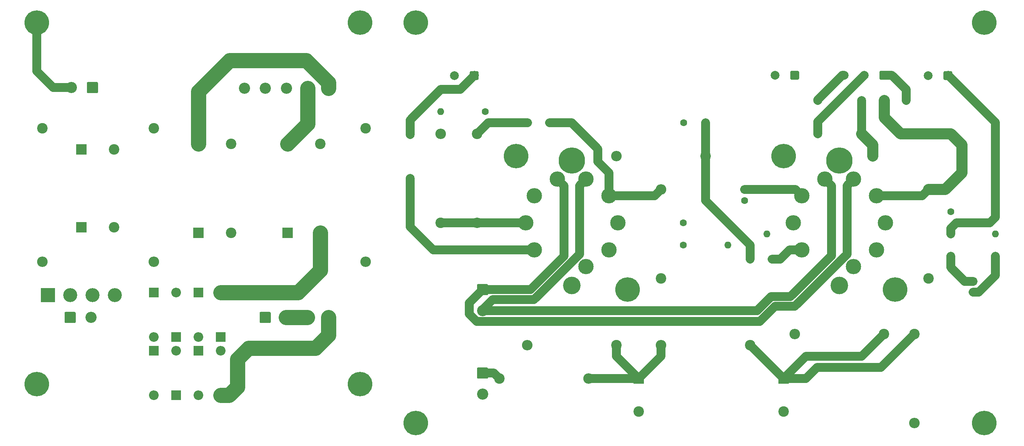
<source format=gtl>
G04 #@! TF.GenerationSoftware,KiCad,Pcbnew,6.0.6-3a73a75311~116~ubuntu22.04.1*
G04 #@! TF.CreationDate,2022-07-16T14:36:57-04:00*
G04 #@! TF.ProjectId,it_is_the_champion,69745f69-735f-4746-9865-5f6368616d70,0.1*
G04 #@! TF.SameCoordinates,Original*
G04 #@! TF.FileFunction,Copper,L1,Top*
G04 #@! TF.FilePolarity,Positive*
%FSLAX46Y46*%
G04 Gerber Fmt 4.6, Leading zero omitted, Abs format (unit mm)*
G04 Created by KiCad (PCBNEW 6.0.6-3a73a75311~116~ubuntu22.04.1) date 2022-07-16 14:36:57*
%MOMM*%
%LPD*%
G01*
G04 APERTURE LIST*
G04 #@! TA.AperFunction,ComponentPad*
%ADD10R,1.600000X1.600000*%
G04 #@! TD*
G04 #@! TA.AperFunction,ComponentPad*
%ADD11C,1.600000*%
G04 #@! TD*
G04 #@! TA.AperFunction,ComponentPad*
%ADD12C,2.000000*%
G04 #@! TD*
G04 #@! TA.AperFunction,ComponentPad*
%ADD13O,1.600000X1.600000*%
G04 #@! TD*
G04 #@! TA.AperFunction,ComponentPad*
%ADD14C,2.400000*%
G04 #@! TD*
G04 #@! TA.AperFunction,ComponentPad*
%ADD15O,2.400000X2.400000*%
G04 #@! TD*
G04 #@! TA.AperFunction,ComponentPad*
%ADD16C,5.600000*%
G04 #@! TD*
G04 #@! TA.AperFunction,ComponentPad*
%ADD17R,2.400000X2.400000*%
G04 #@! TD*
G04 #@! TA.AperFunction,ComponentPad*
%ADD18C,2.550000*%
G04 #@! TD*
G04 #@! TA.AperFunction,ComponentPad*
%ADD19R,2.200000X2.200000*%
G04 #@! TD*
G04 #@! TA.AperFunction,ComponentPad*
%ADD20O,2.200000X2.200000*%
G04 #@! TD*
G04 #@! TA.AperFunction,ComponentPad*
%ADD21C,5.599999*%
G04 #@! TD*
G04 #@! TA.AperFunction,ComponentPad*
%ADD22R,3.200000X3.200000*%
G04 #@! TD*
G04 #@! TA.AperFunction,ComponentPad*
%ADD23C,3.200000*%
G04 #@! TD*
G04 #@! TA.AperFunction,ComponentPad*
%ADD24C,6.000000*%
G04 #@! TD*
G04 #@! TA.AperFunction,ComponentPad*
%ADD25C,4.000000*%
G04 #@! TD*
G04 #@! TA.AperFunction,ComponentPad*
%ADD26O,3.500000X3.500000*%
G04 #@! TD*
G04 #@! TA.AperFunction,Conductor*
%ADD27C,2.000000*%
G04 #@! TD*
G04 #@! TA.AperFunction,Conductor*
%ADD28C,2.500000*%
G04 #@! TD*
G04 #@! TA.AperFunction,Conductor*
%ADD29C,3.500000*%
G04 #@! TD*
G04 #@! TA.AperFunction,Conductor*
%ADD30C,3.500001*%
G04 #@! TD*
G04 APERTURE END LIST*
D10*
X254000000Y-108585000D03*
D11*
X254000000Y-111085000D03*
X238760000Y-67310000D03*
X233760000Y-67310000D03*
D12*
X218600000Y-74930000D03*
X228600000Y-74930000D03*
X218600000Y-67310000D03*
X228600000Y-67310000D03*
D10*
X201930000Y-87630000D03*
D11*
X201930000Y-90130000D03*
X203200000Y-103505000D03*
X208200000Y-103505000D03*
G04 #@! TA.AperFunction,ComponentPad*
G36*
G01*
X214360000Y-60780000D02*
X214360000Y-62280000D01*
G75*
G02*
X214110000Y-62530000I-250000J0D01*
G01*
X212610000Y-62530000D01*
G75*
G02*
X212360000Y-62280000I0J250000D01*
G01*
X212360000Y-60780000D01*
G75*
G02*
X212610000Y-60530000I250000J0D01*
G01*
X214110000Y-60530000D01*
G75*
G02*
X214360000Y-60780000I0J-250000D01*
G01*
G37*
G04 #@! TD.AperFunction*
D12*
X208860000Y-61530000D03*
D11*
X248920000Y-92710000D03*
D13*
X259080000Y-92710000D03*
D11*
X248920000Y-102870000D03*
D13*
X259080000Y-102870000D03*
D14*
X233680000Y-120650000D03*
D15*
X213360000Y-120650000D03*
G04 #@! TA.AperFunction,ComponentPad*
G36*
G01*
X234680000Y-60780000D02*
X234680000Y-62280000D01*
G75*
G02*
X234430000Y-62530000I-250000J0D01*
G01*
X232930000Y-62530000D01*
G75*
G02*
X232680000Y-62280000I0J250000D01*
G01*
X232680000Y-60780000D01*
G75*
G02*
X232930000Y-60530000I250000J0D01*
G01*
X234430000Y-60530000D01*
G75*
G02*
X234680000Y-60780000I0J-250000D01*
G01*
G37*
G04 #@! TD.AperFunction*
D12*
X229180000Y-61530000D03*
X224680000Y-61530000D03*
D11*
X207010000Y-87630000D03*
D13*
X207010000Y-97790000D03*
D14*
X182880000Y-107950000D03*
D15*
X182880000Y-87630000D03*
D14*
X140970000Y-74930000D03*
D15*
X140970000Y-95250000D03*
D11*
X193040000Y-72390000D03*
X188040000Y-72390000D03*
X152480000Y-72390000D03*
X157480000Y-72390000D03*
X142875000Y-69850000D03*
D13*
X132715000Y-69850000D03*
D11*
X248920000Y-97790000D03*
D13*
X259080000Y-97790000D03*
D16*
X127000000Y-49530000D03*
X256540000Y-49530000D03*
X256540000Y-140970000D03*
X127000000Y-140970000D03*
D12*
X125730000Y-75090000D03*
X125730000Y-85090000D03*
D11*
X187960000Y-95250000D03*
D13*
X198120000Y-95250000D03*
D14*
X132715000Y-95250000D03*
D15*
X132715000Y-74930000D03*
D14*
X243840000Y-107950000D03*
D15*
X243840000Y-87630000D03*
D11*
X187960000Y-100330000D03*
D13*
X198120000Y-100330000D03*
D14*
X172720000Y-123190000D03*
D15*
X152400000Y-123190000D03*
D16*
X210820000Y-80010000D03*
X236220000Y-110490000D03*
X149860000Y-80010000D03*
X175260000Y-110490000D03*
D17*
X210820000Y-130810000D03*
D14*
X210820000Y-138310000D03*
G04 #@! TA.AperFunction,ComponentPad*
G36*
G01*
X141214999Y-128265000D02*
X143265001Y-128265000D01*
G75*
G02*
X143515000Y-128514999I0J-249999D01*
G01*
X143515000Y-130565001D01*
G75*
G02*
X143265001Y-130815000I-249999J0D01*
G01*
X141214999Y-130815000D01*
G75*
G02*
X140965000Y-130565001I0J249999D01*
G01*
X140965000Y-128514999D01*
G75*
G02*
X141214999Y-128265000I249999J0D01*
G01*
G37*
G04 #@! TD.AperFunction*
D18*
X142240000Y-134340000D03*
G04 #@! TA.AperFunction,ComponentPad*
G36*
G01*
X141214999Y-109215000D02*
X143265001Y-109215000D01*
G75*
G02*
X143515000Y-109464999I0J-249999D01*
G01*
X143515000Y-111515001D01*
G75*
G02*
X143265001Y-111765000I-249999J0D01*
G01*
X141214999Y-111765000D01*
G75*
G02*
X140965000Y-111515001I0J249999D01*
G01*
X140965000Y-109464999D01*
G75*
G02*
X141214999Y-109215000I249999J0D01*
G01*
G37*
G04 #@! TD.AperFunction*
X142240000Y-115290000D03*
D14*
X146050000Y-130810000D03*
D15*
X166370000Y-130810000D03*
D14*
X203200000Y-123190000D03*
D15*
X182880000Y-123190000D03*
D14*
X240665000Y-120650000D03*
D15*
X240665000Y-140970000D03*
D17*
X177800000Y-130810000D03*
D14*
X177800000Y-138310000D03*
D19*
X82550000Y-121285000D03*
D20*
X82550000Y-111125000D03*
D16*
X114300000Y-49530000D03*
D21*
X40640000Y-49530000D03*
D19*
X72390000Y-121285000D03*
D20*
X72390000Y-111125000D03*
D14*
X67310000Y-73660000D03*
D15*
X67310000Y-104140000D03*
D14*
X41910000Y-73660000D03*
D15*
X41910000Y-104140000D03*
G04 #@! TA.AperFunction,ComponentPad*
G36*
G01*
X91435000Y-117865001D02*
X91435000Y-115814999D01*
G75*
G02*
X91684999Y-115565000I249999J0D01*
G01*
X93735001Y-115565000D01*
G75*
G02*
X93985000Y-115814999I0J-249999D01*
G01*
X93985000Y-117865001D01*
G75*
G02*
X93735001Y-118115000I-249999J0D01*
G01*
X91684999Y-118115000D01*
G75*
G02*
X91435000Y-117865001I0J249999D01*
G01*
G37*
G04 #@! TD.AperFunction*
D18*
X97510000Y-116840000D03*
X102310000Y-116840000D03*
X107110000Y-116840000D03*
D22*
X43180000Y-111760000D03*
D23*
X48260000Y-111760000D03*
X53340000Y-111760000D03*
X58420000Y-111760000D03*
D17*
X97790000Y-77216000D03*
D14*
X105290000Y-77216000D03*
G04 #@! TA.AperFunction,ComponentPad*
G36*
G01*
X46985000Y-117865001D02*
X46985000Y-115814999D01*
G75*
G02*
X47234999Y-115565000I249999J0D01*
G01*
X49285001Y-115565000D01*
G75*
G02*
X49535000Y-115814999I0J-249999D01*
G01*
X49535000Y-117865001D01*
G75*
G02*
X49285001Y-118115000I-249999J0D01*
G01*
X47234999Y-118115000D01*
G75*
G02*
X46985000Y-117865001I0J249999D01*
G01*
G37*
G04 #@! TD.AperFunction*
D18*
X53060000Y-116840000D03*
D17*
X50800000Y-96266000D03*
D14*
X58300000Y-96266000D03*
D17*
X50800000Y-78486000D03*
D14*
X58300000Y-78486000D03*
D17*
X77470000Y-97536000D03*
D14*
X84970000Y-97536000D03*
D17*
X97790000Y-97536000D03*
D14*
X105290000Y-97536000D03*
G04 #@! TA.AperFunction,ComponentPad*
G36*
G01*
X108437000Y-63490999D02*
X108437000Y-65541001D01*
G75*
G02*
X108187001Y-65791000I-249999J0D01*
G01*
X106136999Y-65791000D01*
G75*
G02*
X105887000Y-65541001I0J249999D01*
G01*
X105887000Y-63490999D01*
G75*
G02*
X106136999Y-63241000I249999J0D01*
G01*
X108187001Y-63241000D01*
G75*
G02*
X108437000Y-63490999I0J-249999D01*
G01*
G37*
G04 #@! TD.AperFunction*
D18*
X102362000Y-64516000D03*
X97562000Y-64516000D03*
X92762000Y-64516000D03*
X87962000Y-64516000D03*
D14*
X115570000Y-73660000D03*
D15*
X115570000Y-104140000D03*
D19*
X82550000Y-134620000D03*
D20*
X82550000Y-124460000D03*
G04 #@! TA.AperFunction,ComponentPad*
G36*
G01*
X54615000Y-63320999D02*
X54615000Y-65371001D01*
G75*
G02*
X54365001Y-65621000I-249999J0D01*
G01*
X52314999Y-65621000D01*
G75*
G02*
X52065000Y-65371001I0J249999D01*
G01*
X52065000Y-63320999D01*
G75*
G02*
X52314999Y-63071000I249999J0D01*
G01*
X54365001Y-63071000D01*
G75*
G02*
X54615000Y-63320999I0J-249999D01*
G01*
G37*
G04 #@! TD.AperFunction*
D18*
X48540000Y-64346000D03*
D16*
X114300000Y-132080000D03*
X40640000Y-132080000D03*
D17*
X77470000Y-77216000D03*
D14*
X84970000Y-77216000D03*
D19*
X67310000Y-124460000D03*
D20*
X67310000Y-134620000D03*
D19*
X67310000Y-111125000D03*
D20*
X67310000Y-121285000D03*
D19*
X77470000Y-124460000D03*
D20*
X77470000Y-134620000D03*
D19*
X77470000Y-111125000D03*
D20*
X77470000Y-121285000D03*
D19*
X72390000Y-134620000D03*
D20*
X72390000Y-124460000D03*
G04 #@! TA.AperFunction,ComponentPad*
G36*
G01*
X249285000Y-60845000D02*
X249285000Y-62345000D01*
G75*
G02*
X249035000Y-62595000I-250000J0D01*
G01*
X247535000Y-62595000D01*
G75*
G02*
X247285000Y-62345000I0J250000D01*
G01*
X247285000Y-60845000D01*
G75*
G02*
X247535000Y-60595000I250000J0D01*
G01*
X249035000Y-60595000D01*
G75*
G02*
X249285000Y-60845000I0J-250000D01*
G01*
G37*
G04 #@! TD.AperFunction*
D12*
X243785000Y-61595000D03*
G04 #@! TA.AperFunction,ComponentPad*
G36*
G01*
X141335000Y-60845000D02*
X141335000Y-62345000D01*
G75*
G02*
X141085000Y-62595000I-250000J0D01*
G01*
X139585000Y-62595000D01*
G75*
G02*
X139335000Y-62345000I0J250000D01*
G01*
X139335000Y-60845000D01*
G75*
G02*
X139585000Y-60595000I250000J0D01*
G01*
X141085000Y-60595000D01*
G75*
G02*
X141335000Y-60845000I0J-250000D01*
G01*
G37*
G04 #@! TD.AperFunction*
X135835000Y-61595000D03*
D14*
X193040000Y-80010000D03*
D15*
X172720000Y-80010000D03*
D14*
X251460000Y-80010000D03*
D15*
X231140000Y-80010000D03*
D24*
X162560000Y-81000000D03*
D25*
X162560000Y-109500000D03*
D26*
X154065322Y-101421745D03*
X152060000Y-95250000D03*
X154065322Y-89078255D03*
X159315322Y-85263907D03*
X165804678Y-85263907D03*
X171054678Y-89078255D03*
X173060000Y-95250000D03*
X171054678Y-101421745D03*
X165804678Y-105236093D03*
D24*
X223520000Y-81000000D03*
D25*
X223520000Y-109500000D03*
D26*
X215025322Y-101421745D03*
X213020000Y-95250000D03*
X215025322Y-89078255D03*
X220275322Y-85263907D03*
X226764678Y-85263907D03*
X232014678Y-89078255D03*
X234020000Y-95250000D03*
X232014678Y-101421745D03*
X226764678Y-105236093D03*
D27*
X40640000Y-60579000D02*
X44407000Y-64346000D01*
X40640000Y-49530000D02*
X40640000Y-60579000D01*
X44407000Y-64346000D02*
X48540000Y-64346000D01*
X254000000Y-108585000D02*
X252095000Y-108585000D01*
X252095000Y-108585000D02*
X248920000Y-105410000D01*
X248920000Y-105410000D02*
X248920000Y-102870000D01*
D28*
X251460000Y-80010000D02*
X251460000Y-77470000D01*
X237490000Y-74930000D02*
X233760000Y-71200000D01*
X243840000Y-87630000D02*
X247650000Y-87630000D01*
D27*
X232014678Y-89078255D02*
X242391745Y-89078255D01*
D28*
X233760000Y-71200000D02*
X233760000Y-67310000D01*
X251460000Y-83820000D02*
X251460000Y-80010000D01*
X248920000Y-74930000D02*
X237490000Y-74930000D01*
X251460000Y-77470000D02*
X248920000Y-74930000D01*
D27*
X242391745Y-89078255D02*
X243840000Y-87630000D01*
D28*
X247650000Y-87630000D02*
X251460000Y-83820000D01*
D27*
X235520000Y-61530000D02*
X233680000Y-61530000D01*
X238760000Y-67310000D02*
X238760000Y-64770000D01*
X238760000Y-64770000D02*
X235520000Y-61530000D01*
D28*
X231140000Y-80010000D02*
X231140000Y-77470000D01*
X231140000Y-77470000D02*
X228600000Y-74930000D01*
D27*
X228600000Y-67310000D02*
X228600000Y-74930000D01*
X218600000Y-72110000D02*
X218600000Y-74930000D01*
X229180000Y-61530000D02*
X218600000Y-72110000D01*
X218600000Y-67310000D02*
X218600000Y-67150000D01*
X218600000Y-67150000D02*
X224220000Y-61530000D01*
X224220000Y-61530000D02*
X224680000Y-61530000D01*
X207010000Y-87630000D02*
X213577067Y-87630000D01*
X213577067Y-87630000D02*
X215025322Y-89078255D01*
X201930000Y-87630000D02*
X207010000Y-87630000D01*
X210105000Y-103505000D02*
X208200000Y-103505000D01*
X215025322Y-101421745D02*
X212188255Y-101421745D01*
X212188255Y-101421745D02*
X210105000Y-103505000D01*
X203200000Y-100330000D02*
X193040000Y-90170000D01*
X203200000Y-103505000D02*
X203200000Y-100330000D01*
X193040000Y-80010000D02*
X193040000Y-72390000D01*
X193040000Y-90170000D02*
X193040000Y-80010000D01*
X171054678Y-89078255D02*
X181431745Y-89078255D01*
X168513998Y-81280000D02*
X168513998Y-78343998D01*
X171054678Y-83820680D02*
X168513998Y-81280000D01*
X181431745Y-89078255D02*
X182880000Y-87630000D01*
X171054678Y-89078255D02*
X171054678Y-83820680D01*
X168513998Y-78343998D02*
X162560000Y-72390000D01*
X162560000Y-72390000D02*
X157480000Y-72390000D01*
X152480000Y-72390000D02*
X143510000Y-72390000D01*
X143510000Y-72390000D02*
X140970000Y-74930000D01*
X125730000Y-96163490D02*
X125730000Y-85090000D01*
X130988255Y-101421745D02*
X125730000Y-96163490D01*
X154065322Y-101421745D02*
X130988255Y-101421745D01*
X233680000Y-120650000D02*
X228600000Y-125730000D01*
X215900000Y-130810000D02*
X210820000Y-130810000D01*
X218440000Y-128270000D02*
X215900000Y-130810000D01*
X233045000Y-128270000D02*
X218440000Y-128270000D01*
X215900000Y-125730000D02*
X210820000Y-130810000D01*
X240665000Y-120650000D02*
X233045000Y-128270000D01*
X228600000Y-125730000D02*
X215900000Y-125730000D01*
X210820000Y-130810000D02*
X203200000Y-123190000D01*
X172720000Y-125730000D02*
X177800000Y-130810000D01*
X182880000Y-123190000D02*
X182880000Y-125730000D01*
X182880000Y-125730000D02*
X177800000Y-130810000D01*
X166370000Y-130810000D02*
X177800000Y-130810000D01*
X172720000Y-123190000D02*
X172720000Y-125730000D01*
X152060000Y-95250000D02*
X132715000Y-95250000D01*
X144780000Y-129540000D02*
X142240000Y-129540000D01*
X146050000Y-130810000D02*
X144780000Y-129540000D01*
D29*
X102362000Y-64516000D02*
X102362000Y-72644000D01*
X102362000Y-72644000D02*
X97790000Y-77216000D01*
D30*
X102310000Y-116840000D02*
X97510000Y-116840000D01*
D29*
X107162000Y-64516000D02*
X107162000Y-63241000D01*
X107162000Y-63241000D02*
X102087000Y-58166000D01*
X102087000Y-58166000D02*
X84582000Y-58166000D01*
X84582000Y-58166000D02*
X77470000Y-65278000D01*
X77470000Y-65278000D02*
X77470000Y-77216000D01*
X86360000Y-132715000D02*
X84455000Y-134620000D01*
X84455000Y-134620000D02*
X82550000Y-134620000D01*
X86360000Y-126365000D02*
X86360000Y-132715000D01*
X88900000Y-123825000D02*
X86360000Y-126365000D01*
X104140000Y-123825000D02*
X88900000Y-123825000D01*
X107110000Y-120855000D02*
X104140000Y-123825000D01*
X107110000Y-116840000D02*
X107110000Y-120855000D01*
X105290000Y-106038000D02*
X100203000Y-111125000D01*
X100203000Y-111125000D02*
X82550000Y-111125000D01*
X105290000Y-97536000D02*
X105290000Y-106038000D01*
D27*
X259080000Y-107265002D02*
X259080000Y-102870000D01*
X255260002Y-111085000D02*
X259080000Y-107265002D01*
X254000000Y-111085000D02*
X255260002Y-111085000D01*
X164338000Y-86730585D02*
X164338000Y-102425285D01*
X165804678Y-85263907D02*
X164338000Y-86730585D01*
X212385011Y-112099989D02*
X221742000Y-102743000D01*
X221742000Y-86730585D02*
X220275322Y-85263907D01*
X153987285Y-112776000D02*
X144526000Y-112776000D01*
X142240000Y-115062000D02*
X142240000Y-115290000D01*
X221742000Y-102743000D02*
X221742000Y-86730585D01*
X142240000Y-115290000D02*
X204813716Y-115290000D01*
X164338000Y-102425285D02*
X153987285Y-112776000D01*
X208003726Y-112099989D02*
X212385011Y-112099989D01*
X204813716Y-115290000D02*
X208003726Y-112099989D01*
X144526000Y-112776000D02*
X142240000Y-115062000D01*
X225298000Y-86730585D02*
X225298000Y-102425285D01*
X160782000Y-102870000D02*
X160782000Y-86730585D01*
X208915000Y-114300000D02*
X205449999Y-117765001D01*
X140879001Y-117765001D02*
X139192000Y-116078000D01*
X153162000Y-110490000D02*
X160782000Y-102870000D01*
X142240000Y-110490000D02*
X153162000Y-110490000D01*
X226764678Y-85263907D02*
X225298000Y-86730585D01*
X139192000Y-116078000D02*
X139192000Y-113538000D01*
X225298000Y-102425285D02*
X213423285Y-114300000D01*
X205449999Y-117765001D02*
X140879001Y-117765001D01*
X160782000Y-86730585D02*
X159315322Y-85263907D01*
X213423285Y-114300000D02*
X208915000Y-114300000D01*
X139192000Y-113538000D02*
X142240000Y-110490000D01*
X132715000Y-64770000D02*
X137150000Y-64770000D01*
X125730000Y-71755000D02*
X132715000Y-64770000D01*
X137150000Y-64770000D02*
X140390000Y-61530000D01*
X125730000Y-75090000D02*
X125730000Y-71755000D01*
X248920000Y-96520000D02*
X248920000Y-97790000D01*
X259080000Y-93980000D02*
X257810000Y-95250000D01*
X259080000Y-92710000D02*
X259080000Y-72270000D01*
X250190000Y-95250000D02*
X248920000Y-96520000D01*
X257810000Y-95250000D02*
X250190000Y-95250000D01*
X259080000Y-72270000D02*
X248340000Y-61530000D01*
X259080000Y-92710000D02*
X259080000Y-93980000D01*
M02*

</source>
